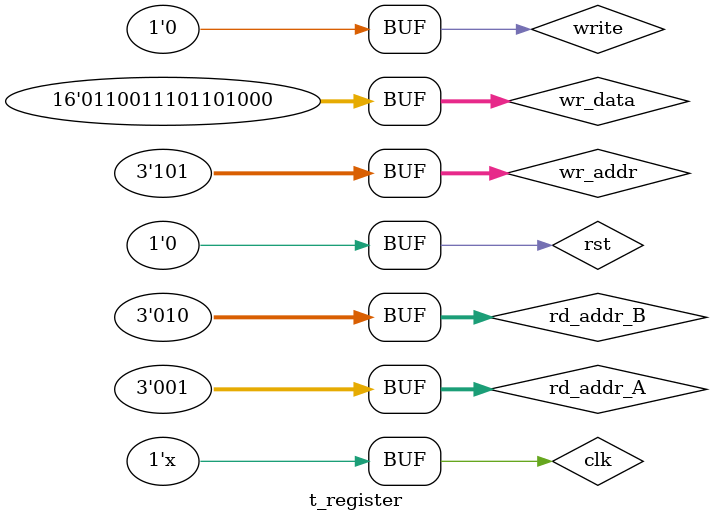
<source format=v>
`timescale 1ns / 1ps


module t_register;
    // Inputs
	reg clk;
	reg rst;
	reg write;
	reg [2:0] wr_addr;
	reg [15:0] wr_data;
	reg [2:0] rd_addr_A;
	reg [2:0] rd_addr_B;
	// Outputs
	wire [15:0] rd_data_A;
	wire [15:0] rd_data_B;

    
    register uut(rd_data_A, rd_data_B, clk, rst, write, wr_addr, wr_data, rd_addr_A, rd_addr_B);
    
    always begin
        #1 clk = ~clk;
    end 
    
    initial 
    begin
       // Initialize Inputs
		clk = 0;
		rst = 0;
		write = 0;
		wr_addr = 0;
		wr_data = 0;
		rd_addr_A = 0;
		rd_addr_B = 0;
		
		
		// Add stimulus here
		wr_addr = 0;
		wr_data = 16'habcd;
		#1 write = 1;
		#1 write = 0;
		
		#10
		wr_addr = 1;
		wr_data = 16'h1234;
		#1 write = 1;
		#1 write = 0;
		
		#10
		wr_addr = 2;
		wr_data = 16'h3456;
		#1 write = 1;
		#1 write = 0;
		
		#10
		wr_addr = 3;
		wr_data = 16'h5678;
		#1 write = 1;
		#1 write = 0;
		
		#10
		wr_addr = 4;
		wr_data = 16'h9122;
		#1 write = 1;
		#1 write = 0;
		
		#10
		wr_addr = 5;
		wr_data = 16'h6768;
		#1 write = 1;
		#1 write = 0;
		
		
		#10
		rd_addr_A = 1;
		rd_addr_B = 2;
		
        
    end
endmodule

</source>
